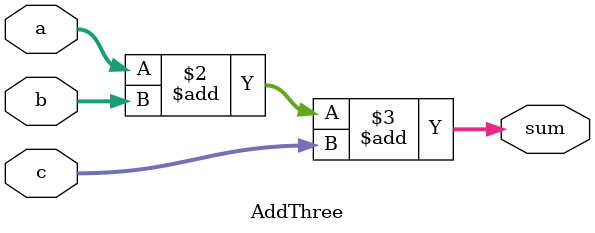
<source format=sv>

module AddThree 
#(
    // Parameterized width for the inputs and output
    parameter BW = 8
)
(
    input logic [BW-1:0] a,
    input logic [BW-1:0] b,
    input logic [BW-1:0] c,
    output logic [BW:0] sum
);

    always_comb begin
        sum = a + b + c; // Adding 3 to the sum of a, b, and c
    end
endmodule

</source>
